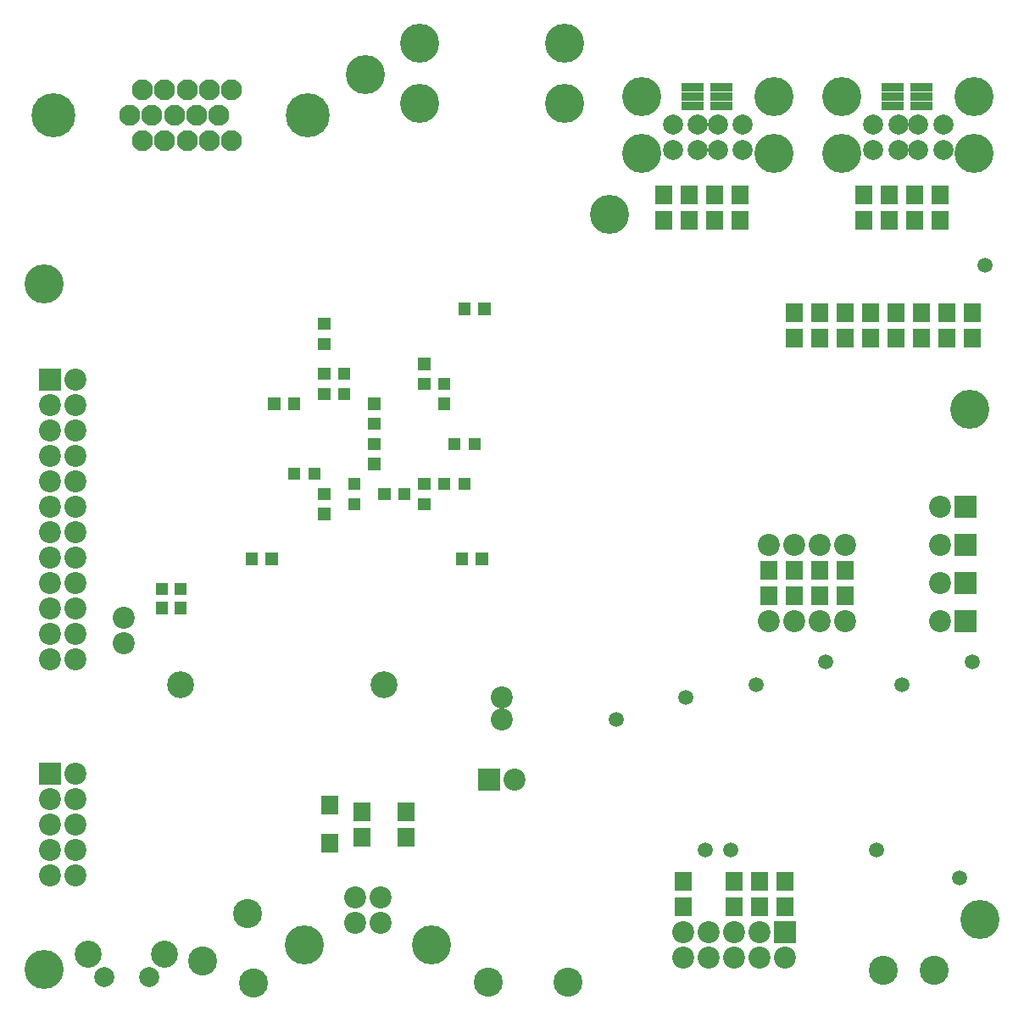
<source format=gbr>
%FSLAX34Y34*%
%MOMM*%
%LNSOLDERMASK_BOTTOM*%
G71*
G01*
%ADD10C, 2.20*%
%ADD11C, 2.00*%
%ADD12C, 2.10*%
%ADD13C, 2.69*%
%ADD14C, 2.20*%
%ADD15C, 3.90*%
%ADD16C, 2.90*%
%ADD17C, 1.50*%
%ADD18C, 2.90*%
%ADD19C, 4.40*%
%ADD20C, 2.70*%
%ADD21R, 1.82X1.92*%
%ADD22R, 2.20X0.85*%
%LPD*%
X66904Y159614D02*
G54D10*
D03*
X41504Y159614D02*
G54D10*
D03*
X41504Y185014D02*
G54D10*
D03*
X66904Y185014D02*
G54D10*
D03*
X66904Y235814D02*
G54D10*
D03*
G36*
X30500Y246818D02*
X52508Y246818D01*
X52508Y224810D01*
X30500Y224810D01*
X30500Y246818D01*
G37*
X66904Y350114D02*
G54D10*
D03*
X41504Y350114D02*
G54D10*
D03*
X41504Y400914D02*
G54D10*
D03*
X66904Y400914D02*
G54D10*
D03*
X41504Y426314D02*
G54D10*
D03*
X66904Y426314D02*
G54D10*
D03*
X66904Y375514D02*
G54D10*
D03*
X41504Y375514D02*
G54D10*
D03*
X41504Y451714D02*
G54D10*
D03*
X66904Y451714D02*
G54D10*
D03*
X66904Y477114D02*
G54D10*
D03*
X41504Y477114D02*
G54D10*
D03*
X41504Y502514D02*
G54D10*
D03*
X66904Y502514D02*
G54D10*
D03*
X66904Y527914D02*
G54D10*
D03*
X41504Y527914D02*
G54D10*
D03*
X41504Y553314D02*
G54D10*
D03*
X66904Y553314D02*
G54D10*
D03*
X66904Y578714D02*
G54D10*
D03*
X41504Y578714D02*
G54D10*
D03*
X41504Y604114D02*
G54D10*
D03*
X66904Y604114D02*
G54D10*
D03*
X66904Y629514D02*
G54D10*
D03*
G36*
X30500Y640518D02*
X52508Y640518D01*
X52508Y618510D01*
X30500Y618510D01*
X30500Y640518D01*
G37*
X95479Y32614D02*
G54D11*
D03*
X139929Y32614D02*
G54D11*
D03*
X114529Y391389D02*
G54D10*
D03*
X133579Y867639D02*
G54D12*
D03*
X133579Y918439D02*
G54D12*
D03*
X171679Y324714D02*
G54D13*
D03*
X178029Y867639D02*
G54D12*
D03*
X200254Y867639D02*
G54D12*
D03*
X178029Y918439D02*
G54D12*
D03*
X200254Y918439D02*
G54D12*
D03*
X346304Y86589D02*
G54D14*
D03*
X346304Y111989D02*
G54D14*
D03*
X371704Y86589D02*
G54D14*
D03*
X371704Y111989D02*
G54D14*
D03*
X355829Y934314D02*
G54D15*
D03*
X478816Y26873D02*
G54D16*
D03*
G36*
X468650Y240468D02*
X490658Y240468D01*
X490658Y218460D01*
X468650Y218460D01*
X468650Y240468D01*
G37*
X505054Y229464D02*
G54D14*
D03*
X492354Y312014D02*
G54D14*
D03*
X558800Y26873D02*
G54D16*
D03*
X673329Y77064D02*
G54D14*
D03*
X676200Y311937D02*
G54D17*
D03*
X663194Y858317D02*
G54D11*
D03*
X663194Y884327D02*
G54D11*
D03*
X724129Y77064D02*
G54D14*
D03*
X749529Y77064D02*
G54D14*
D03*
X720954Y159614D02*
G54D17*
D03*
X746354Y324714D02*
G54D17*
D03*
X708203Y858317D02*
G54D11*
D03*
X708203Y884327D02*
G54D11*
D03*
X733197Y858317D02*
G54D11*
D03*
X733197Y884327D02*
G54D11*
D03*
X816204Y346939D02*
G54D17*
D03*
X809854Y388214D02*
G54D10*
D03*
X784454Y388214D02*
G54D10*
D03*
X809854Y464414D02*
G54D10*
D03*
X784454Y464414D02*
G54D10*
D03*
X873354Y38964D02*
G54D18*
D03*
X867004Y159614D02*
G54D17*
D03*
X892404Y324714D02*
G54D17*
D03*
X863220Y858317D02*
G54D11*
D03*
X863220Y884327D02*
G54D11*
D03*
X888213Y858317D02*
G54D11*
D03*
X888213Y884327D02*
G54D11*
D03*
X962254Y346939D02*
G54D17*
D03*
G36*
X944900Y399218D02*
X966908Y399218D01*
X966908Y377210D01*
X944900Y377210D01*
X944900Y399218D01*
G37*
X930504Y388214D02*
G54D14*
D03*
G36*
X944900Y437318D02*
X966908Y437318D01*
X966908Y415310D01*
X944900Y415310D01*
X944900Y437318D01*
G37*
X930504Y426314D02*
G54D14*
D03*
G36*
X944900Y475418D02*
X966908Y475418D01*
X966908Y453410D01*
X944900Y453410D01*
X944900Y475418D01*
G37*
X930504Y464414D02*
G54D14*
D03*
G36*
X944900Y513518D02*
X966908Y513518D01*
X966908Y491510D01*
X944900Y491510D01*
X944900Y513518D01*
G37*
X930504Y502514D02*
G54D14*
D03*
X933222Y858317D02*
G54D11*
D03*
X933222Y884327D02*
G54D11*
D03*
X963829Y854939D02*
G54D15*
D03*
X35002Y40005D02*
G54D15*
D03*
X41504Y134214D02*
G54D10*
D03*
X66904Y134214D02*
G54D10*
D03*
X41504Y210414D02*
G54D10*
D03*
X66904Y210414D02*
G54D10*
D03*
X44679Y893039D02*
G54D19*
D03*
X114529Y365989D02*
G54D10*
D03*
X143104Y893039D02*
G54D12*
D03*
X120879Y893039D02*
G54D12*
D03*
X193904Y48489D02*
G54D16*
D03*
X187554Y893039D02*
G54D12*
D03*
X209779Y893039D02*
G54D12*
D03*
X422504Y64364D02*
G54D15*
D03*
X410185Y904926D02*
G54D15*
D03*
X410185Y964921D02*
G54D15*
D03*
X492354Y289789D02*
G54D14*
D03*
X673329Y51664D02*
G54D14*
D03*
X724129Y51664D02*
G54D14*
D03*
X749529Y51664D02*
G54D14*
D03*
X949554Y131039D02*
G54D17*
D03*
X959994Y599999D02*
G54D15*
D03*
X963829Y912089D02*
G54D15*
D03*
X974954Y743814D02*
G54D17*
D03*
X35154Y724764D02*
G54D15*
D03*
X244704Y26264D02*
G54D16*
D03*
X238354Y96114D02*
G54D16*
D03*
X155804Y867639D02*
G54D12*
D03*
X222479Y867639D02*
G54D12*
D03*
X155804Y918439D02*
G54D12*
D03*
X222479Y918439D02*
G54D12*
D03*
X374879Y324714D02*
G54D13*
D03*
G36*
X763925Y88068D02*
X785933Y88068D01*
X785933Y66060D01*
X763925Y66060D01*
X763925Y88068D01*
G37*
X698729Y77064D02*
G54D14*
D03*
X695554Y159614D02*
G54D17*
D03*
X759054Y388214D02*
G54D10*
D03*
X835254Y388214D02*
G54D10*
D03*
X759054Y464414D02*
G54D10*
D03*
X835254Y464414D02*
G54D10*
D03*
X600304Y794614D02*
G54D15*
D03*
X688188Y858317D02*
G54D11*
D03*
X688188Y884327D02*
G54D11*
D03*
X632054Y854939D02*
G54D15*
D03*
X763804Y854939D02*
G54D15*
D03*
X832079Y854939D02*
G54D15*
D03*
X924154Y38964D02*
G54D18*
D03*
X970001Y89993D02*
G54D15*
D03*
X908228Y858317D02*
G54D11*
D03*
X908228Y884327D02*
G54D11*
D03*
X79604Y54839D02*
G54D20*
D03*
X155804Y54839D02*
G54D20*
D03*
X165329Y893039D02*
G54D12*
D03*
X295504Y64364D02*
G54D15*
D03*
X774929Y51664D02*
G54D14*
D03*
X698729Y51664D02*
G54D14*
D03*
X606350Y289713D02*
G54D17*
D03*
X632054Y912089D02*
G54D15*
D03*
X763804Y912089D02*
G54D15*
D03*
X832079Y912089D02*
G54D15*
D03*
X555194Y904926D02*
G54D15*
D03*
X555194Y964921D02*
G54D15*
D03*
X298679Y893039D02*
G54D19*
D03*
G36*
X165615Y426028D02*
X177743Y426028D01*
X177743Y413900D01*
X165615Y413900D01*
X165615Y426028D01*
G37*
G36*
X165615Y406978D02*
X177743Y406978D01*
X177743Y394850D01*
X165615Y394850D01*
X165615Y406978D01*
G37*
G36*
X236430Y456076D02*
X248558Y456076D01*
X248558Y443948D01*
X236430Y443948D01*
X236430Y456076D01*
G37*
G36*
X256420Y456076D02*
X268548Y456076D01*
X268548Y443948D01*
X256420Y443948D01*
X256420Y456076D01*
G37*
G36*
X278924Y541064D02*
X291052Y541064D01*
X291052Y528936D01*
X278924Y528936D01*
X278924Y541064D01*
G37*
G36*
X258934Y611067D02*
X271062Y611067D01*
X271062Y598939D01*
X258934Y598939D01*
X258934Y611067D01*
G37*
G36*
X278924Y611067D02*
X291052Y611067D01*
X291052Y598939D01*
X278924Y598939D01*
X278924Y611067D01*
G37*
X352654Y172314D02*
G54D21*
D03*
X352654Y197714D02*
G54D21*
D03*
X320904Y165964D02*
G54D21*
D03*
G36*
X308922Y501060D02*
X321050Y501060D01*
X321050Y488932D01*
X308922Y488932D01*
X308922Y501060D01*
G37*
G36*
X338919Y511067D02*
X351047Y511067D01*
X351047Y498939D01*
X338919Y498939D01*
X338919Y511067D01*
G37*
G36*
X338919Y531057D02*
X351047Y531057D01*
X351047Y518929D01*
X338919Y518929D01*
X338919Y531057D01*
G37*
G36*
X358934Y591077D02*
X371062Y591077D01*
X371062Y578949D01*
X358934Y578949D01*
X358934Y591077D01*
G37*
G36*
X358934Y571062D02*
X371062Y571062D01*
X371062Y558934D01*
X358934Y558934D01*
X358934Y571062D01*
G37*
G36*
X358934Y551072D02*
X371062Y551072D01*
X371062Y538944D01*
X358934Y538944D01*
X358934Y551072D01*
G37*
G36*
X308922Y641064D02*
X321050Y641064D01*
X321050Y628936D01*
X308922Y628936D01*
X308922Y641064D01*
G37*
G36*
X308922Y621075D02*
X321050Y621075D01*
X321050Y608947D01*
X308922Y608947D01*
X308922Y621075D01*
G37*
G36*
X328937Y621075D02*
X341065Y621075D01*
X341065Y608947D01*
X328937Y608947D01*
X328937Y621075D01*
G37*
G36*
X328937Y641064D02*
X341065Y641064D01*
X341065Y628936D01*
X328937Y628936D01*
X328937Y641064D01*
G37*
G36*
X358934Y611067D02*
X371062Y611067D01*
X371062Y598939D01*
X358934Y598939D01*
X358934Y611067D01*
G37*
G36*
X308922Y691077D02*
X321050Y691077D01*
X321050Y678949D01*
X308922Y678949D01*
X308922Y691077D01*
G37*
X397104Y172314D02*
G54D21*
D03*
X397104Y197714D02*
G54D21*
D03*
G36*
X408922Y511067D02*
X421050Y511067D01*
X421050Y498939D01*
X408922Y498939D01*
X408922Y511067D01*
G37*
G36*
X446437Y456076D02*
X458565Y456076D01*
X458565Y443948D01*
X446437Y443948D01*
X446437Y456076D01*
G37*
G36*
X408922Y531057D02*
X421050Y531057D01*
X421050Y518929D01*
X408922Y518929D01*
X408922Y531057D01*
G37*
G36*
X428937Y531057D02*
X441065Y531057D01*
X441065Y518929D01*
X428937Y518929D01*
X428937Y531057D01*
G37*
G36*
X438919Y571062D02*
X451047Y571062D01*
X451047Y558934D01*
X438919Y558934D01*
X438919Y571062D01*
G37*
G36*
X408922Y651072D02*
X421050Y651072D01*
X421050Y638944D01*
X408922Y638944D01*
X408922Y651072D01*
G37*
G36*
X408922Y631057D02*
X421050Y631057D01*
X421050Y618929D01*
X408922Y618929D01*
X408922Y631057D01*
G37*
G36*
X428937Y631057D02*
X441065Y631057D01*
X441065Y618929D01*
X428937Y618929D01*
X428937Y631057D01*
G37*
G36*
X428937Y611067D02*
X441065Y611067D01*
X441065Y598939D01*
X428937Y598939D01*
X428937Y611067D01*
G37*
G36*
X466428Y456076D02*
X478556Y456076D01*
X478556Y443948D01*
X466428Y443948D01*
X466428Y456076D01*
G37*
G36*
X468916Y706063D02*
X481044Y706063D01*
X481044Y693935D01*
X468916Y693935D01*
X468916Y706063D01*
G37*
X673329Y102464D02*
G54D21*
D03*
X679679Y788264D02*
G54D21*
D03*
X654279Y788264D02*
G54D21*
D03*
X749529Y102464D02*
G54D21*
D03*
X724129Y102464D02*
G54D21*
D03*
X705079Y788264D02*
G54D21*
D03*
X730479Y788264D02*
G54D21*
D03*
X711429Y912089D02*
G54D22*
D03*
X711429Y902564D02*
G54D22*
D03*
X711429Y921614D02*
G54D22*
D03*
X774929Y102464D02*
G54D21*
D03*
X784454Y413614D02*
G54D21*
D03*
X809854Y413614D02*
G54D21*
D03*
X809854Y696189D02*
G54D21*
D03*
X784454Y696189D02*
G54D21*
D03*
X886054Y696189D02*
G54D21*
D03*
X860654Y696189D02*
G54D21*
D03*
X854304Y788264D02*
G54D21*
D03*
X905104Y788264D02*
G54D21*
D03*
X879704Y788264D02*
G54D21*
D03*
X882879Y912089D02*
G54D22*
D03*
X882879Y902564D02*
G54D22*
D03*
X882879Y921614D02*
G54D22*
D03*
X962254Y696189D02*
G54D21*
D03*
X936854Y696189D02*
G54D21*
D03*
X930504Y788264D02*
G54D21*
D03*
X320904Y204064D02*
G54D21*
D03*
G36*
X308922Y521074D02*
X321050Y521074D01*
X321050Y508946D01*
X308922Y508946D01*
X308922Y521074D01*
G37*
G36*
X308922Y671062D02*
X321050Y671062D01*
X321050Y658934D01*
X308922Y658934D01*
X308922Y671062D01*
G37*
G36*
X368916Y521074D02*
X381044Y521074D01*
X381044Y508946D01*
X368916Y508946D01*
X368916Y521074D01*
G37*
G36*
X388932Y521074D02*
X401060Y521074D01*
X401060Y508946D01*
X388932Y508946D01*
X388932Y521074D01*
G37*
X673329Y127864D02*
G54D21*
D03*
X679679Y813664D02*
G54D21*
D03*
X654279Y813664D02*
G54D21*
D03*
X724129Y127864D02*
G54D21*
D03*
X749529Y127864D02*
G54D21*
D03*
X705079Y813664D02*
G54D21*
D03*
X730479Y813664D02*
G54D21*
D03*
X774929Y127864D02*
G54D21*
D03*
X809854Y670789D02*
G54D21*
D03*
X784454Y670789D02*
G54D21*
D03*
X784454Y439014D02*
G54D21*
D03*
X809854Y439014D02*
G54D21*
D03*
X886054Y670789D02*
G54D21*
D03*
X860654Y670789D02*
G54D21*
D03*
X854304Y813664D02*
G54D21*
D03*
X905104Y813664D02*
G54D21*
D03*
X879704Y813664D02*
G54D21*
D03*
X962254Y670789D02*
G54D21*
D03*
X936854Y670789D02*
G54D21*
D03*
X930504Y813664D02*
G54D21*
D03*
G36*
X146565Y426028D02*
X158693Y426028D01*
X158693Y413900D01*
X146565Y413900D01*
X146565Y426028D01*
G37*
G36*
X146565Y406978D02*
X158693Y406978D01*
X158693Y394850D01*
X146565Y394850D01*
X146565Y406978D01*
G37*
G36*
X298940Y541064D02*
X311068Y541064D01*
X311068Y528936D01*
X298940Y528936D01*
X298940Y541064D01*
G37*
G36*
X448926Y531057D02*
X461054Y531057D01*
X461054Y518929D01*
X448926Y518929D01*
X448926Y531057D01*
G37*
G36*
X458934Y571062D02*
X471062Y571062D01*
X471062Y558934D01*
X458934Y558934D01*
X458934Y571062D01*
G37*
G36*
X448926Y706063D02*
X461054Y706063D01*
X461054Y693935D01*
X448926Y693935D01*
X448926Y706063D01*
G37*
X759054Y413614D02*
G54D21*
D03*
X835254Y413614D02*
G54D21*
D03*
X835254Y696189D02*
G54D21*
D03*
X682854Y912089D02*
G54D22*
D03*
X682854Y902564D02*
G54D22*
D03*
X682854Y921614D02*
G54D22*
D03*
X911454Y696189D02*
G54D21*
D03*
X911454Y912089D02*
G54D22*
D03*
X911454Y902564D02*
G54D22*
D03*
X911454Y921614D02*
G54D22*
D03*
X835254Y670789D02*
G54D21*
D03*
X759054Y439014D02*
G54D21*
D03*
X835254Y439014D02*
G54D21*
D03*
X911454Y670789D02*
G54D21*
D03*
M02*

</source>
